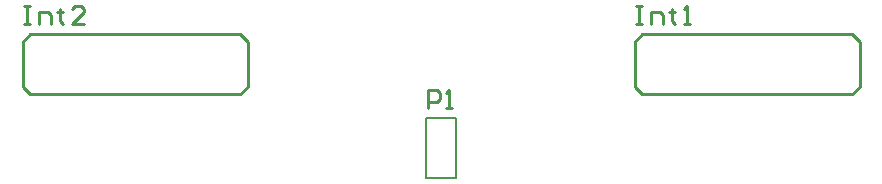
<source format=gto>
G04*
G04 #@! TF.GenerationSoftware,Altium Limited,Altium Designer,20.1.14 (287)*
G04*
G04 Layer_Color=65535*
%FSLAX24Y24*%
%MOIN*%
G70*
G04*
G04 #@! TF.SameCoordinates,F30C1B07-68E6-47D5-99FE-7A5909F02EA4*
G04*
G04*
G04 #@! TF.FilePolarity,Positive*
G04*
G01*
G75*
%ADD10C,0.0100*%
%ADD11C,0.0079*%
G54D10*
X-26950Y16300D02*
X-19950D01*
X-27200Y16550D02*
X-26950Y16300D01*
X-27200Y16550D02*
Y18050D01*
X-26950Y18300D01*
X-19950D01*
X-19700Y18050D01*
Y16550D02*
Y18050D01*
X-19950Y16300D02*
X-19700Y16550D01*
X-6550Y18300D02*
X450D01*
X700Y18050D01*
Y16550D02*
Y18050D01*
X450Y16300D02*
X700Y16550D01*
X-6550Y16300D02*
X450D01*
X-6800Y16550D02*
X-6550Y16300D01*
X-6800Y16550D02*
Y18050D01*
X-6550Y18300D01*
X-27150Y19246D02*
X-26950D01*
X-27050D01*
Y18646D01*
X-27150D01*
X-26950D01*
X-26650D02*
Y19046D01*
X-26350D01*
X-26250Y18946D01*
Y18646D01*
X-25950Y19146D02*
Y19046D01*
X-26050D01*
X-25850D01*
X-25950D01*
Y18746D01*
X-25850Y18646D01*
X-25150D02*
X-25550D01*
X-25150Y19046D01*
Y19146D01*
X-25250Y19246D01*
X-25450D01*
X-25550Y19146D01*
X-6750Y19246D02*
X-6550D01*
X-6650D01*
Y18646D01*
X-6750D01*
X-6550D01*
X-6250D02*
Y19046D01*
X-5950D01*
X-5850Y18946D01*
Y18646D01*
X-5550Y19146D02*
Y19046D01*
X-5650D01*
X-5450D01*
X-5550D01*
Y18746D01*
X-5450Y18646D01*
X-5150D02*
X-4950D01*
X-5050D01*
Y19246D01*
X-5150Y19146D01*
X-13690Y15836D02*
Y16436D01*
X-13390D01*
X-13290Y16336D01*
Y16136D01*
X-13390Y16036D01*
X-13690D01*
X-13090Y15836D02*
X-12890D01*
X-12990D01*
Y16436D01*
X-13090Y16336D01*
G54D11*
X-13750Y15500D02*
X-12750D01*
Y13500D02*
Y15500D01*
X-13750Y13500D02*
X-12750D01*
X-13750D02*
Y15500D01*
M02*

</source>
